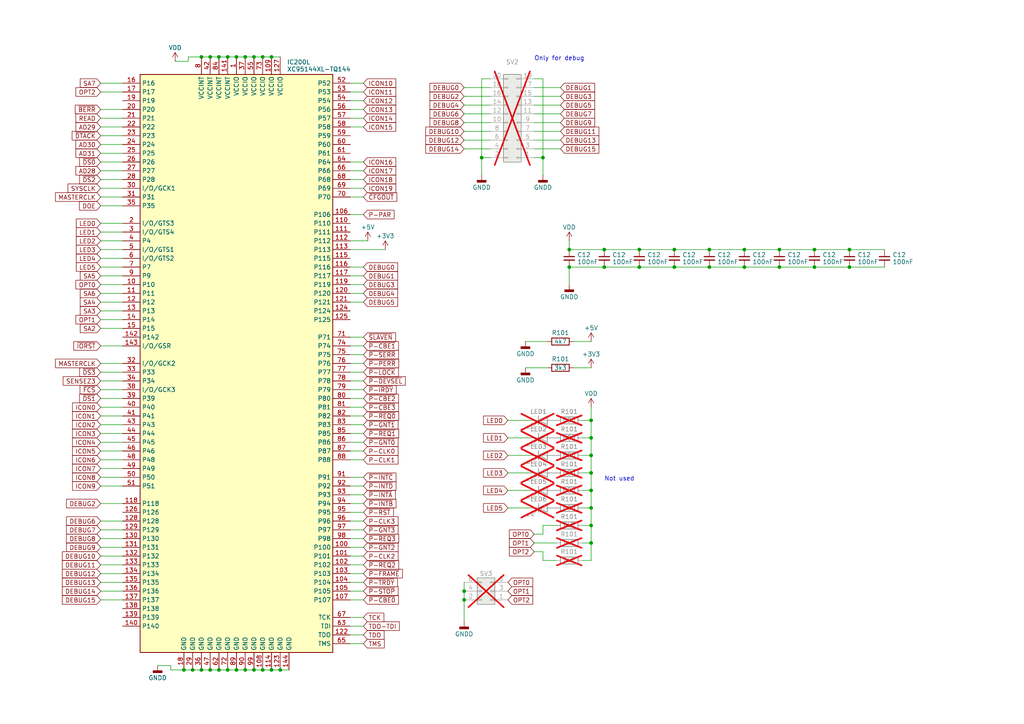
<source format=kicad_sch>
(kicad_sch (version 20230121) (generator eeschema)
  (paper "A4")
  (junction (at 157.48 45.72))
  (junction (at 226.06 72.39))
  (junction (at 53.34 194.31))
  (junction (at 185.42 72.39))
  (junction (at 58.42 194.31))
  (junction (at 236.22 77.47))
  (junction (at 215.9 77.47))
  (junction (at 76.2 194.31))
  (junction (at 78.74 16.51))
  (junction (at 175.26 77.47))
  (junction (at 66.04 194.31))
  (junction (at 175.26 72.39))
  (junction (at 171.45 137.16))
  (junction (at 63.5 194.31))
  (junction (at 246.38 77.47))
  (junction (at 73.66 16.51))
  (junction (at 185.42 77.47))
  (junction (at 171.45 121.92))
  (junction (at 78.74 194.31))
  (junction (at 205.74 77.47))
  (junction (at 171.45 157.48))
  (junction (at 55.88 194.31))
  (junction (at 81.28 194.31))
  (junction (at 226.06 77.47))
  (junction (at 71.12 16.51))
  (junction (at 63.5 16.51))
  (junction (at 68.58 194.31))
  (junction (at 60.96 194.31))
  (junction (at 165.1 72.39))
  (junction (at 134.62 173.99))
  (junction (at 171.45 132.08))
  (junction (at 171.45 147.32))
  (junction (at 205.74 72.39))
  (junction (at 171.45 142.24))
  (junction (at 195.58 72.39))
  (junction (at 68.58 16.51))
  (junction (at 246.38 72.39))
  (junction (at 73.66 194.31))
  (junction (at 171.45 152.4))
  (junction (at 60.96 16.51))
  (junction (at 58.42 16.51))
  (junction (at 66.04 16.51))
  (junction (at 165.1 77.47))
  (junction (at 139.7 45.72))
  (junction (at 236.22 72.39))
  (junction (at 71.12 194.31))
  (junction (at 215.9 72.39))
  (junction (at 171.45 127))
  (junction (at 76.2 16.51))
  (junction (at 195.58 77.47))
  (junction (at 134.62 171.45))
  (wire (pts (xy 105.41 46.99) (xy 101.6 46.99)))
  (wire (pts (xy 73.66 16.51) (xy 76.2 16.51)))
  (wire (pts (xy 105.41 102.87) (xy 101.6 102.87)))
  (wire (pts (xy 105.41 52.07) (xy 101.6 52.07)))
  (wire (pts (xy 157.48 154.94) (xy 157.48 152.4)))
  (wire (pts (xy 71.12 16.51) (xy 73.66 16.51)))
  (wire (pts (xy 171.45 121.92) (xy 171.45 127)))
  (wire (pts (xy 29.21 173.99) (xy 35.56 173.99)))
  (wire (pts (xy 29.21 87.63) (xy 35.56 87.63)))
  (wire (pts (xy 165.1 82.55) (xy 165.1 77.47)))
  (wire (pts (xy 165.1 77.47) (xy 175.26 77.47)))
  (wire (pts (xy 29.21 168.91) (xy 35.56 168.91)))
  (wire (pts (xy 105.41 107.95) (xy 101.6 107.95)))
  (wire (pts (xy 134.62 30.48) (xy 142.24 30.48)))
  (wire (pts (xy 29.21 52.07) (xy 35.56 52.07)))
  (wire (pts (xy 29.21 166.37) (xy 35.56 166.37)))
  (wire (pts (xy 29.21 31.75) (xy 35.56 31.75)))
  (wire (pts (xy 29.21 107.95) (xy 35.56 107.95)))
  (wire (pts (xy 185.42 72.39) (xy 175.26 72.39)))
  (wire (pts (xy 63.5 194.31) (xy 66.04 194.31)))
  (wire (pts (xy 29.21 24.13) (xy 35.56 24.13)))
  (wire (pts (xy 76.2 16.51) (xy 78.74 16.51)))
  (wire (pts (xy 236.22 72.39) (xy 226.06 72.39)))
  (wire (pts (xy 139.7 45.72) (xy 139.7 50.8)))
  (wire (pts (xy 105.41 31.75) (xy 101.6 31.75)))
  (wire (pts (xy 162.56 33.02) (xy 154.94 33.02)))
  (wire (pts (xy 29.21 57.15) (xy 35.56 57.15)))
  (wire (pts (xy 29.21 69.85) (xy 35.56 69.85)))
  (wire (pts (xy 168.91 147.32) (xy 171.45 147.32)))
  (wire (pts (xy 29.21 105.41) (xy 35.56 105.41)))
  (wire (pts (xy 78.74 194.31) (xy 81.28 194.31)))
  (wire (pts (xy 162.56 27.94) (xy 154.94 27.94)))
  (wire (pts (xy 68.58 194.31) (xy 71.12 194.31)))
  (wire (pts (xy 29.21 125.73) (xy 35.56 125.73)))
  (wire (pts (xy 105.41 148.59) (xy 101.6 148.59)))
  (wire (pts (xy 105.41 80.01) (xy 101.6 80.01)))
  (wire (pts (xy 134.62 35.56) (xy 142.24 35.56)))
  (wire (pts (xy 49.53 194.31) (xy 53.34 194.31)))
  (wire (pts (xy 29.21 77.47) (xy 35.56 77.47)))
  (wire (pts (xy 105.41 173.99) (xy 101.6 173.99)))
  (wire (pts (xy 147.32 127) (xy 153.67 127)))
  (wire (pts (xy 29.21 113.03) (xy 35.56 113.03)))
  (wire (pts (xy 101.6 69.85) (xy 106.68 69.85)))
  (wire (pts (xy 246.38 77.47) (xy 256.54 77.47)))
  (wire (pts (xy 142.24 22.86) (xy 139.7 22.86)))
  (wire (pts (xy 29.21 82.55) (xy 35.56 82.55)))
  (wire (pts (xy 147.32 137.16) (xy 153.67 137.16)))
  (wire (pts (xy 175.26 77.47) (xy 185.42 77.47)))
  (wire (pts (xy 105.41 133.35) (xy 101.6 133.35)))
  (wire (pts (xy 29.21 39.37) (xy 35.56 39.37)))
  (wire (pts (xy 29.21 36.83) (xy 35.56 36.83)))
  (wire (pts (xy 29.21 120.65) (xy 35.56 120.65)))
  (wire (pts (xy 105.41 105.41) (xy 101.6 105.41)))
  (wire (pts (xy 54.61 17.78) (xy 54.61 16.51)))
  (wire (pts (xy 105.41 140.97) (xy 101.6 140.97)))
  (wire (pts (xy 105.41 87.63) (xy 101.6 87.63)))
  (wire (pts (xy 105.41 143.51) (xy 101.6 143.51)))
  (wire (pts (xy 105.41 161.29) (xy 101.6 161.29)))
  (wire (pts (xy 162.56 43.18) (xy 154.94 43.18)))
  (wire (pts (xy 101.6 186.69) (xy 105.41 186.69)))
  (wire (pts (xy 171.45 132.08) (xy 171.45 137.16)))
  (wire (pts (xy 105.41 128.27) (xy 101.6 128.27)))
  (wire (pts (xy 246.38 72.39) (xy 236.22 72.39)))
  (wire (pts (xy 147.32 147.32) (xy 153.67 147.32)))
  (wire (pts (xy 185.42 77.47) (xy 195.58 77.47)))
  (wire (pts (xy 29.21 44.45) (xy 35.56 44.45)))
  (wire (pts (xy 29.21 153.67) (xy 35.56 153.67)))
  (wire (pts (xy 29.21 100.33) (xy 35.56 100.33)))
  (wire (pts (xy 236.22 77.47) (xy 246.38 77.47)))
  (wire (pts (xy 29.21 156.21) (xy 35.56 156.21)))
  (wire (pts (xy 105.41 123.19) (xy 101.6 123.19)))
  (wire (pts (xy 29.21 49.53) (xy 35.56 49.53)))
  (wire (pts (xy 152.4 99.06) (xy 158.75 99.06)))
  (wire (pts (xy 168.91 132.08) (xy 171.45 132.08)))
  (wire (pts (xy 101.6 72.39) (xy 111.76 72.39)))
  (wire (pts (xy 29.21 67.31) (xy 35.56 67.31)))
  (wire (pts (xy 105.41 57.15) (xy 101.6 57.15)))
  (wire (pts (xy 165.1 72.39) (xy 165.1 69.85)))
  (wire (pts (xy 171.45 121.92) (xy 171.45 118.11)))
  (wire (pts (xy 105.41 125.73) (xy 101.6 125.73)))
  (wire (pts (xy 58.42 16.51) (xy 60.96 16.51)))
  (wire (pts (xy 195.58 72.39) (xy 185.42 72.39)))
  (wire (pts (xy 105.41 77.47) (xy 101.6 77.47)))
  (wire (pts (xy 29.21 110.49) (xy 35.56 110.49)))
  (wire (pts (xy 147.32 121.92) (xy 153.67 121.92)))
  (wire (pts (xy 45.72 193.04) (xy 49.53 193.04)))
  (wire (pts (xy 29.21 161.29) (xy 35.56 161.29)))
  (wire (pts (xy 68.58 16.51) (xy 71.12 16.51)))
  (wire (pts (xy 134.62 33.02) (xy 142.24 33.02)))
  (wire (pts (xy 168.91 157.48) (xy 171.45 157.48)))
  (wire (pts (xy 168.91 162.56) (xy 171.45 162.56)))
  (wire (pts (xy 162.56 40.64) (xy 154.94 40.64)))
  (wire (pts (xy 226.06 72.39) (xy 215.9 72.39)))
  (wire (pts (xy 205.74 77.47) (xy 215.9 77.47)))
  (wire (pts (xy 166.37 106.68) (xy 171.45 106.68)))
  (wire (pts (xy 71.12 194.31) (xy 73.66 194.31)))
  (wire (pts (xy 152.4 106.68) (xy 158.75 106.68)))
  (wire (pts (xy 78.74 16.51) (xy 81.28 16.51)))
  (wire (pts (xy 105.41 49.53) (xy 101.6 49.53)))
  (wire (pts (xy 105.41 113.03) (xy 101.6 113.03)))
  (wire (pts (xy 256.54 72.39) (xy 246.38 72.39)))
  (wire (pts (xy 60.96 16.51) (xy 63.5 16.51)))
  (wire (pts (xy 157.48 152.4) (xy 161.29 152.4)))
  (wire (pts (xy 105.41 120.65) (xy 101.6 120.65)))
  (wire (pts (xy 29.21 115.57) (xy 35.56 115.57)))
  (wire (pts (xy 101.6 184.15) (xy 105.41 184.15)))
  (wire (pts (xy 105.41 168.91) (xy 101.6 168.91)))
  (wire (pts (xy 157.48 160.02) (xy 157.48 162.56)))
  (wire (pts (xy 105.41 115.57) (xy 101.6 115.57)))
  (wire (pts (xy 55.88 194.31) (xy 58.42 194.31)))
  (wire (pts (xy 29.21 138.43) (xy 35.56 138.43)))
  (wire (pts (xy 50.8 17.78) (xy 54.61 17.78)))
  (wire (pts (xy 105.41 97.79) (xy 101.6 97.79)))
  (wire (pts (xy 29.21 95.25) (xy 35.56 95.25)))
  (wire (pts (xy 29.21 85.09) (xy 35.56 85.09)))
  (wire (pts (xy 73.66 194.31) (xy 76.2 194.31)))
  (wire (pts (xy 54.61 16.51) (xy 58.42 16.51)))
  (wire (pts (xy 171.45 137.16) (xy 171.45 142.24)))
  (wire (pts (xy 105.41 151.13) (xy 101.6 151.13)))
  (wire (pts (xy 63.5 16.51) (xy 66.04 16.51)))
  (wire (pts (xy 215.9 77.47) (xy 226.06 77.47)))
  (wire (pts (xy 49.53 193.04) (xy 49.53 194.31)))
  (wire (pts (xy 168.91 121.92) (xy 171.45 121.92)))
  (wire (pts (xy 134.62 40.64) (xy 142.24 40.64)))
  (wire (pts (xy 66.04 194.31) (xy 68.58 194.31)))
  (wire (pts (xy 29.21 59.69) (xy 35.56 59.69)))
  (wire (pts (xy 105.41 34.29) (xy 101.6 34.29)))
  (wire (pts (xy 134.62 168.91) (xy 134.62 171.45)))
  (wire (pts (xy 105.41 36.83) (xy 101.6 36.83)))
  (wire (pts (xy 105.41 146.05) (xy 101.6 146.05)))
  (wire (pts (xy 29.21 74.93) (xy 35.56 74.93)))
  (wire (pts (xy 29.21 151.13) (xy 35.56 151.13)))
  (wire (pts (xy 171.45 152.4) (xy 171.45 157.48)))
  (wire (pts (xy 205.74 72.39) (xy 195.58 72.39)))
  (wire (pts (xy 134.62 43.18) (xy 142.24 43.18)))
  (wire (pts (xy 29.21 80.01) (xy 35.56 80.01)))
  (wire (pts (xy 29.21 133.35) (xy 35.56 133.35)))
  (wire (pts (xy 147.32 132.08) (xy 153.67 132.08)))
  (wire (pts (xy 29.21 128.27) (xy 35.56 128.27)))
  (wire (pts (xy 226.06 77.47) (xy 236.22 77.47)))
  (wire (pts (xy 105.41 166.37) (xy 101.6 166.37)))
  (wire (pts (xy 157.48 22.86) (xy 154.94 22.86)))
  (wire (pts (xy 76.2 194.31) (xy 78.74 194.31)))
  (wire (pts (xy 29.21 54.61) (xy 35.56 54.61)))
  (wire (pts (xy 105.41 54.61) (xy 101.6 54.61)))
  (wire (pts (xy 29.21 171.45) (xy 35.56 171.45)))
  (wire (pts (xy 147.32 142.24) (xy 153.67 142.24)))
  (wire (pts (xy 66.04 16.51) (xy 68.58 16.51)))
  (wire (pts (xy 162.56 38.1) (xy 154.94 38.1)))
  (wire (pts (xy 60.96 194.31) (xy 63.5 194.31)))
  (wire (pts (xy 105.41 26.67) (xy 101.6 26.67)))
  (wire (pts (xy 29.21 140.97) (xy 35.56 140.97)))
  (wire (pts (xy 195.58 77.47) (xy 205.74 77.47)))
  (wire (pts (xy 139.7 22.86) (xy 139.7 45.72)))
  (wire (pts (xy 105.41 24.13) (xy 101.6 24.13)))
  (wire (pts (xy 105.41 181.61) (xy 101.6 181.61)))
  (wire (pts (xy 168.91 127) (xy 171.45 127)))
  (wire (pts (xy 29.21 34.29) (xy 35.56 34.29)))
  (wire (pts (xy 105.41 179.07) (xy 101.6 179.07)))
  (wire (pts (xy 168.91 142.24) (xy 171.45 142.24)))
  (wire (pts (xy 105.41 158.75) (xy 101.6 158.75)))
  (wire (pts (xy 105.41 82.55) (xy 101.6 82.55)))
  (wire (pts (xy 29.21 64.77) (xy 35.56 64.77)))
  (wire (pts (xy 105.41 85.09) (xy 101.6 85.09)))
  (wire (pts (xy 154.94 45.72) (xy 157.48 45.72)))
  (wire (pts (xy 168.91 137.16) (xy 171.45 137.16)))
  (wire (pts (xy 105.41 62.23) (xy 101.6 62.23)))
  (wire (pts (xy 29.21 41.91) (xy 35.56 41.91)))
  (wire (pts (xy 29.21 90.17) (xy 35.56 90.17)))
  (wire (pts (xy 105.41 138.43) (xy 101.6 138.43)))
  (wire (pts (xy 105.41 100.33) (xy 101.6 100.33)))
  (wire (pts (xy 171.45 147.32) (xy 171.45 152.4)))
  (wire (pts (xy 29.21 46.99) (xy 35.56 46.99)))
  (wire (pts (xy 105.41 118.11) (xy 101.6 118.11)))
  (wire (pts (xy 29.21 26.67) (xy 35.56 26.67)))
  (wire (pts (xy 134.62 171.45) (xy 134.62 173.99)))
  (wire (pts (xy 29.21 146.05) (xy 35.56 146.05)))
  (wire (pts (xy 154.94 157.48) (xy 161.29 157.48)))
  (wire (pts (xy 171.45 157.48) (xy 171.45 162.56)))
  (wire (pts (xy 105.41 156.21) (xy 101.6 156.21)))
  (wire (pts (xy 171.45 127) (xy 171.45 132.08)))
  (wire (pts (xy 29.21 118.11) (xy 35.56 118.11)))
  (wire (pts (xy 134.62 173.99) (xy 134.62 180.34)))
  (wire (pts (xy 81.28 194.31) (xy 83.82 194.31)))
  (wire (pts (xy 154.94 160.02) (xy 157.48 160.02)))
  (wire (pts (xy 134.62 25.4) (xy 142.24 25.4)))
  (wire (pts (xy 162.56 30.48) (xy 154.94 30.48)))
  (wire (pts (xy 134.62 27.94) (xy 142.24 27.94)))
  (wire (pts (xy 175.26 72.39) (xy 165.1 72.39)))
  (wire (pts (xy 29.21 130.81) (xy 35.56 130.81)))
  (wire (pts (xy 105.41 171.45) (xy 101.6 171.45)))
  (wire (pts (xy 105.41 29.21) (xy 101.6 29.21)))
  (wire (pts (xy 29.21 92.71) (xy 35.56 92.71)))
  (wire (pts (xy 29.21 158.75) (xy 35.56 158.75)))
  (wire (pts (xy 157.48 45.72) (xy 157.48 22.86)))
  (wire (pts (xy 105.41 110.49) (xy 101.6 110.49)))
  (wire (pts (xy 105.41 153.67) (xy 101.6 153.67)))
  (wire (pts (xy 168.91 152.4) (xy 171.45 152.4)))
  (wire (pts (xy 58.42 194.31) (xy 60.96 194.31)))
  (wire (pts (xy 29.21 163.83) (xy 35.56 163.83)))
  (wire (pts (xy 215.9 72.39) (xy 205.74 72.39)))
  (wire (pts (xy 134.62 38.1) (xy 142.24 38.1)))
  (wire (pts (xy 29.21 72.39) (xy 35.56 72.39)))
  (wire (pts (xy 53.34 194.31) (xy 55.88 194.31)))
  (wire (pts (xy 29.21 135.89) (xy 35.56 135.89)))
  (wire (pts (xy 166.37 99.06) (xy 171.45 99.06)))
  (wire (pts (xy 139.7 45.72) (xy 142.24 45.72)))
  (wire (pts (xy 171.45 142.24) (xy 171.45 147.32)))
  (wire (pts (xy 162.56 35.56) (xy 154.94 35.56)))
  (wire (pts (xy 162.56 25.4) (xy 154.94 25.4)))
  (wire (pts (xy 29.21 123.19) (xy 35.56 123.19)))
  (wire (pts (xy 105.41 130.81) (xy 101.6 130.81)))
  (wire (pts (xy 105.41 163.83) (xy 101.6 163.83)))
  (wire (pts (xy 154.94 154.94) (xy 157.48 154.94)))
  (wire (pts (xy 157.48 50.8) (xy 157.48 45.72)))
  (wire (pts (xy 157.48 162.56) (xy 161.29 162.56)))
  (text "Not used" (at 175.26 139.7 0) (effects (font (size 1.27 1.27)) (justify left bottom)))
  (text "Only for debug" (at 154.94 17.78 0) (effects (font (size 1.27 1.27)) (justify left bottom)))
  (global_label "~{P-CBE3}" (shape input) (at 105.41 118.11 0) (property "Intersheetrefs" "${INTERSHEET_REFS}" (effects hide)))
  (global_label "OPT1" (shape input) (at 29.21 92.71 180) (property "Intersheetrefs" "${INTERSHEET_REFS}" (effects hide)))
  (global_label "DEBUG15" (shape input) (at 162.56 43.18 0) (property "Intersheetrefs" "${INTERSHEET_REFS}" (effects hide)))
  (global_label "~{P-CBE0}" (shape input) (at 105.41 173.99 0) (property "Intersheetrefs" "${INTERSHEET_REFS}" (effects hide)))
  (global_label "LED3" (shape input) (at 147.32 137.16 180) (property "Intersheetrefs" "${INTERSHEET_REFS}" (effects hide)))
  (global_label "DEBUG2" (shape input) (at 29.21 146.05 180) (property "Intersheetrefs" "${INTERSHEET_REFS}" (effects hide)))
  (global_label "DEBUG1" (shape input) (at 162.56 25.4 0) (property "Intersheetrefs" "${INTERSHEET_REFS}" (effects hide)))
  (global_label "~{P-PERR}" (shape input) (at 105.41 105.41 0) (property "Intersheetrefs" "${INTERSHEET_REFS}" (effects hide)))
  (global_label "SA7" (shape input) (at 29.21 24.13 180) (property "Intersheetrefs" "${INTERSHEET_REFS}" (effects hide)))
  (global_label "ICON19" (shape input) (at 105.41 54.61 0) (property "Intersheetrefs" "${INTERSHEET_REFS}" (effects hide)))
  (global_label "~{FCS}" (shape input) (at 29.21 113.03 180) (property "Intersheetrefs" "${INTERSHEET_REFS}" (effects hide)))
  (global_label "READ" (shape input) (at 29.21 34.29 180) (property "Intersheetrefs" "${INTERSHEET_REFS}" (effects hide)))
  (global_label "LED2" (shape input) (at 147.32 132.08 180) (property "Intersheetrefs" "${INTERSHEET_REFS}" (effects hide)))
  (global_label "ICON9" (shape input) (at 29.21 140.97 180) (property "Intersheetrefs" "${INTERSHEET_REFS}" (effects hide)))
  (global_label "DEBUG0" (shape input) (at 105.41 77.47 0) (property "Intersheetrefs" "${INTERSHEET_REFS}" (effects hide)))
  (global_label "~{P-GNT3}" (shape input) (at 105.41 153.67 0) (property "Intersheetrefs" "${INTERSHEET_REFS}" (effects hide)))
  (global_label "DEBUG7" (shape input) (at 162.56 33.02 0) (property "Intersheetrefs" "${INTERSHEET_REFS}" (effects hide)))
  (global_label "TCK" (shape input) (at 105.41 179.07 0) (property "Intersheetrefs" "${INTERSHEET_REFS}" (effects hide)))
  (global_label "DEBUG9" (shape input) (at 29.21 158.75 180) (property "Intersheetrefs" "${INTERSHEET_REFS}" (effects hide)))
  (global_label "SA3" (shape input) (at 29.21 90.17 180) (property "Intersheetrefs" "${INTERSHEET_REFS}" (effects hide)))
  (global_label "DEBUG6" (shape input) (at 134.62 33.02 180) (property "Intersheetrefs" "${INTERSHEET_REFS}" (effects hide)))
  (global_label "DEBUG4" (shape input) (at 105.41 85.09 0) (property "Intersheetrefs" "${INTERSHEET_REFS}" (effects hide)))
  (global_label "~{P-INTA}" (shape input) (at 105.41 143.51 0) (property "Intersheetrefs" "${INTERSHEET_REFS}" (effects hide)))
  (global_label "ICON2" (shape input) (at 29.21 123.19 180) (property "Intersheetrefs" "${INTERSHEET_REFS}" (effects hide)))
  (global_label "SA4" (shape input) (at 29.21 87.63 180) (property "Intersheetrefs" "${INTERSHEET_REFS}" (effects hide)))
  (global_label "~{P-REQ2}" (shape input) (at 105.41 163.83 0) (property "Intersheetrefs" "${INTERSHEET_REFS}" (effects hide)))
  (global_label "P-CLK0" (shape input) (at 105.41 130.81 0) (property "Intersheetrefs" "${INTERSHEET_REFS}" (effects hide)))
  (global_label "DEBUG11" (shape input) (at 162.56 38.1 0) (property "Intersheetrefs" "${INTERSHEET_REFS}" (effects hide)))
  (global_label "AD31" (shape input) (at 29.21 44.45 180) (property "Intersheetrefs" "${INTERSHEET_REFS}" (effects hide)))
  (global_label "OPT0" (shape input) (at 154.94 154.94 180) (property "Intersheetrefs" "${INTERSHEET_REFS}" (effects hide)))
  (global_label "SA2" (shape input) (at 29.21 95.25 180) (property "Intersheetrefs" "${INTERSHEET_REFS}" (effects hide)))
  (global_label "ICON7" (shape input) (at 29.21 135.89 180) (property "Intersheetrefs" "${INTERSHEET_REFS}" (effects hide)))
  (global_label "~{P-GNT1}" (shape input) (at 105.41 123.19 0) (property "Intersheetrefs" "${INTERSHEET_REFS}" (effects hide)))
  (global_label "OPT0" (shape input) (at 147.32 168.91 0) (property "Intersheetrefs" "${INTERSHEET_REFS}" (effects hide)))
  (global_label "OPT0" (shape input) (at 29.21 82.55 180) (property "Intersheetrefs" "${INTERSHEET_REFS}" (effects hide)))
  (global_label "ICON4" (shape input) (at 29.21 128.27 180) (property "Intersheetrefs" "${INTERSHEET_REFS}" (effects hide)))
  (global_label "ICON1" (shape input) (at 29.21 120.65 180) (property "Intersheetrefs" "${INTERSHEET_REFS}" (effects hide)))
  (global_label "~{DS3}" (shape input) (at 29.21 107.95 180) (property "Intersheetrefs" "${INTERSHEET_REFS}" (effects hide)))
  (global_label "DEBUG10" (shape input) (at 29.21 161.29 180) (property "Intersheetrefs" "${INTERSHEET_REFS}" (effects hide)))
  (global_label "DEBUG3" (shape input) (at 162.56 27.94 0) (property "Intersheetrefs" "${INTERSHEET_REFS}" (effects hide)))
  (global_label "~{P-DEVSEL}" (shape input) (at 105.41 110.49 0) (property "Intersheetrefs" "${INTERSHEET_REFS}" (effects hide)))
  (global_label "ICON3" (shape input) (at 29.21 125.73 180) (property "Intersheetrefs" "${INTERSHEET_REFS}" (effects hide)))
  (global_label "DEBUG10" (shape input) (at 134.62 38.1 180) (property "Intersheetrefs" "${INTERSHEET_REFS}" (effects hide)))
  (global_label "LED1" (shape input) (at 29.21 67.31 180) (property "Intersheetrefs" "${INTERSHEET_REFS}" (effects hide)))
  (global_label "LED4" (shape input) (at 29.21 74.93 180) (property "Intersheetrefs" "${INTERSHEET_REFS}" (effects hide)))
  (global_label "LED0" (shape input) (at 29.21 64.77 180) (property "Intersheetrefs" "${INTERSHEET_REFS}" (effects hide)))
  (global_label "ICON11" (shape input) (at 105.41 26.67 0) (property "Intersheetrefs" "${INTERSHEET_REFS}" (effects hide)))
  (global_label "P-PAR" (shape input) (at 105.41 62.23 0) (property "Intersheetrefs" "${INTERSHEET_REFS}" (effects hide)))
  (global_label "~{DS0}" (shape input) (at 29.21 46.99 180) (property "Intersheetrefs" "${INTERSHEET_REFS}" (effects hide)))
  (global_label "SYSCLK" (shape input) (at 29.21 54.61 180) (property "Intersheetrefs" "${INTERSHEET_REFS}" (effects hide)))
  (global_label "MASTERCLK" (shape input) (at 29.21 105.41 180) (property "Intersheetrefs" "${INTERSHEET_REFS}" (effects hide)))
  (global_label "DEBUG8" (shape input) (at 29.21 156.21 180) (property "Intersheetrefs" "${INTERSHEET_REFS}" (effects hide)))
  (global_label "OPT2" (shape input) (at 29.21 26.67 180) (property "Intersheetrefs" "${INTERSHEET_REFS}" (effects hide)))
  (global_label "~{P-SERR}" (shape input) (at 105.41 102.87 0) (property "Intersheetrefs" "${INTERSHEET_REFS}" (effects hide)))
  (global_label "~{P-CBE2}" (shape input) (at 105.41 115.57 0) (property "Intersheetrefs" "${INTERSHEET_REFS}" (effects hide)))
  (global_label "DEBUG5" (shape input) (at 105.41 87.63 0) (property "Intersheetrefs" "${INTERSHEET_REFS}" (effects hide)))
  (global_label "ICON12" (shape input) (at 105.41 29.21 0) (property "Intersheetrefs" "${INTERSHEET_REFS}" (effects hide)))
  (global_label "OPT2" (shape input) (at 147.32 173.99 0) (property "Intersheetrefs" "${INTERSHEET_REFS}" (effects hide)))
  (global_label "~{P-CBE1}" (shape input) (at 105.41 100.33 0) (property "Intersheetrefs" "${INTERSHEET_REFS}" (effects hide)))
  (global_label "LED3" (shape input) (at 29.21 72.39 180) (property "Intersheetrefs" "${INTERSHEET_REFS}" (effects hide)))
  (global_label "SA5" (shape input) (at 29.21 80.01 180) (property "Intersheetrefs" "${INTERSHEET_REFS}" (effects hide)))
  (global_label "OPT2" (shape input) (at 154.94 160.02 180) (property "Intersheetrefs" "${INTERSHEET_REFS}" (effects hide)))
  (global_label "DEBUG13" (shape input) (at 29.21 168.91 180) (property "Intersheetrefs" "${INTERSHEET_REFS}" (effects hide)))
  (global_label "ICON5" (shape input) (at 29.21 130.81 180) (property "Intersheetrefs" "${INTERSHEET_REFS}" (effects hide)))
  (global_label "DEBUG1" (shape input) (at 105.41 80.01 0) (property "Intersheetrefs" "${INTERSHEET_REFS}" (effects hide)))
  (global_label "~{P-STOP}" (shape input) (at 105.41 171.45 0) (property "Intersheetrefs" "${INTERSHEET_REFS}" (effects hide)))
  (global_label "~{DS1}" (shape input) (at 29.21 115.57 180) (property "Intersheetrefs" "${INTERSHEET_REFS}" (effects hide)))
  (global_label "ICON16" (shape input) (at 105.41 46.99 0) (property "Intersheetrefs" "${INTERSHEET_REFS}" (effects hide)))
  (global_label "DEBUG5" (shape input) (at 162.56 30.48 0) (property "Intersheetrefs" "${INTERSHEET_REFS}" (effects hide)))
  (global_label "LED5" (shape input) (at 147.32 147.32 180) (property "Intersheetrefs" "${INTERSHEET_REFS}" (effects hide)))
  (global_label "DEBUG11" (shape input) (at 29.21 163.83 180) (property "Intersheetrefs" "${INTERSHEET_REFS}" (effects hide)))
  (global_label "SA6" (shape input) (at 29.21 85.09 180) (property "Intersheetrefs" "${INTERSHEET_REFS}" (effects hide)))
  (global_label "ICON15" (shape input) (at 105.41 36.83 0) (property "Intersheetrefs" "${INTERSHEET_REFS}" (effects hide)))
  (global_label "~{P-FRAME}" (shape input) (at 105.41 166.37 0) (property "Intersheetrefs" "${INTERSHEET_REFS}" (effects hide)))
  (global_label "~{BERR}" (shape input) (at 29.21 31.75 180) (property "Intersheetrefs" "${INTERSHEET_REFS}" (effects hide)))
  (global_label "ICON18" (shape input) (at 105.41 52.07 0) (property "Intersheetrefs" "${INTERSHEET_REFS}" (effects hide)))
  (global_label "~{P-REQ0}" (shape input) (at 105.41 120.65 0) (property "Intersheetrefs" "${INTERSHEET_REFS}" (effects hide)))
  (global_label "ICON0" (shape input) (at 29.21 118.11 180) (property "Intersheetrefs" "${INTERSHEET_REFS}" (effects hide)))
  (global_label "DEBUG7" (shape input) (at 29.21 153.67 180) (property "Intersheetrefs" "${INTERSHEET_REFS}" (effects hide)))
  (global_label "DEBUG12" (shape input) (at 134.62 40.64 180) (property "Intersheetrefs" "${INTERSHEET_REFS}" (effects hide)))
  (global_label "LED1" (shape input) (at 147.32 127 180) (property "Intersheetrefs" "${INTERSHEET_REFS}" (effects hide)))
  (global_label "~{SLAVEN}" (shape input) (at 105.41 97.79 0) (property "Intersheetrefs" "${INTERSHEET_REFS}" (effects hide)))
  (global_label "ICON17" (shape input) (at 105.41 49.53 0) (property "Intersheetrefs" "${INTERSHEET_REFS}" (effects hide)))
  (global_label "~{DTACK}" (shape input) (at 29.21 39.37 180) (property "Intersheetrefs" "${INTERSHEET_REFS}" (effects hide)))
  (global_label "~{P-TRDY}" (shape input) (at 105.41 168.91 0) (property "Intersheetrefs" "${INTERSHEET_REFS}" (effects hide)))
  (global_label "ICON14" (shape input) (at 105.41 34.29 0) (property "Intersheetrefs" "${INTERSHEET_REFS}" (effects hide)))
  (global_label "P-CLK2" (shape input) (at 105.41 161.29 0) (property "Intersheetrefs" "${INTERSHEET_REFS}" (effects hide)))
  (global_label "P-CLK3" (shape input) (at 105.41 151.13 0) (property "Intersheetrefs" "${INTERSHEET_REFS}" (effects hide)))
  (global_label "LED4" (shape input) (at 147.32 142.24 180) (property "Intersheetrefs" "${INTERSHEET_REFS}" (effects hide)))
  (global_label "OPT1" (shape input) (at 154.94 157.48 180) (property "Intersheetrefs" "${INTERSHEET_REFS}" (effects hide)))
  (global_label "DEBUG2" (shape input) (at 134.62 27.94 180) (property "Intersheetrefs" "${INTERSHEET_REFS}" (effects hide)))
  (global_label "P-CLK1" (shape input) (at 105.41 133.35 0) (property "Intersheetrefs" "${INTERSHEET_REFS}" (effects hide)))
  (global_label "ICON6" (shape input) (at 29.21 133.35 180) (property "Intersheetrefs" "${INTERSHEET_REFS}" (effects hide)))
  (global_label "DEBUG14" (shape input) (at 134.62 43.18 180) (property "Intersheetrefs" "${INTERSHEET_REFS}" (effects hide)))
  (global_label "LED2" (shape input) (at 29.21 69.85 180) (property "Intersheetrefs" "${INTERSHEET_REFS}" (effects hide)))
  (global_label "MASTERCLK" (shape input) (at 29.21 57.15 180) (property "Intersheetrefs" "${INTERSHEET_REFS}" (effects hide)))
  (global_label "ICON8" (shape input) (at 29.21 138.43 180) (property "Intersheetrefs" "${INTERSHEET_REFS}" (effects hide)))
  (global_label "LED5" (shape input) (at 29.21 77.47 180) (property "Intersheetrefs" "${INTERSHEET_REFS}" (effects hide)))
  (global_label "DEBUG15" (shape input) (at 29.21 173.99 180) (property "Intersheetrefs" "${INTERSHEET_REFS}" (effects hide)))
  (global_label "DEBUG4" (shape input) (at 134.62 30.48 180) (property "Intersheetrefs" "${INTERSHEET_REFS}" (effects hide)))
  (global_label "~{P-INTD}" (shape input) (at 105.41 140.97 0) (property "Intersheetrefs" "${INTERSHEET_REFS}" (effects hide)))
  (global_label "DEBUG3" (shape input) (at 105.41 82.55 0) (property "Intersheetrefs" "${INTERSHEET_REFS}" (effects hide)))
  (global_label "OPT1" (shape input) (at 147.32 171.45 0) (property "Intersheetrefs" "${INTERSHEET_REFS}" (effects hide)))
  (global_label "DEBUG6" (shape input) (at 29.21 151.13 180) (property "Intersheetrefs" "${INTERSHEET_REFS}" (effects hide)))
  (global_label "~{P-INTC}" (shape input) (at 105.41 138.43 0) (property "Intersheetrefs" "${INTERSHEET_REFS}" (effects hide)))
  (global_label "AD30" (shape input) (at 29.21 41.91 180) (property "Intersheetrefs" "${INTERSHEET_REFS}" (effects hide)))
  (global_label "TDO" (shape input) (at 105.41 184.15 0) (property "Intersheetrefs" "${INTERSHEET_REFS}" (effects hide)))
  (global_label "DEBUG9" (shape input) (at 162.56 35.56 0) (property "Intersheetrefs" "${INTERSHEET_REFS}" (effects hide)))
  (global_label "TMS" (shape input) (at 105.41 186.69 0) (property "Intersheetrefs" "${INTERSHEET_REFS}" (effects hide)))
  (global_label "LED0" (shape input) (at 147.32 121.92 180) (property "Intersheetrefs" "${INTERSHEET_REFS}" (effects hide)))
  (global_label "~{P-GNT0}" (shape input) (at 105.41 128.27 0) (property "Intersheetrefs" "${INTERSHEET_REFS}" (effects hide)))
  (global_label "~{P-INTB}" (shape input) (at 105.41 146.05 0) (property "Intersheetrefs" "${INTERSHEET_REFS}" (effects hide)))
  (global_label "DEBUG8" (shape input) (at 134.62 35.56 180) (property "Intersheetrefs" "${INTERSHEET_REFS}" (effects hide)))
  (global_label "~{P-LOCK}" (shape input) (at 105.41 107.95 0) (property "Intersheetrefs" "${INTERSHEET_REFS}" (effects hide)))
  (global_label "AD29" (shape input) (at 29.21 36.83 180) (property "Intersheetrefs" "${INTERSHEET_REFS}" (effects hide)))
  (global_label "~{P-GNT2}" (shape input) (at 105.41 158.75 0) (property "Intersheetrefs" "${INTERSHEET_REFS}" (effects hide)))
  (global_label "ICON13" (shape input) (at 105.41 31.75 0) (property "Intersheetrefs" "${INTERSHEET_REFS}" (effects hide)))
  (global_label "~{P-REQ3}" (shape input) (at 105.41 156.21 0) (property "Intersheetrefs" "${INTERSHEET_REFS}" (effects hide)))
  (global_label "~{P-REQ1}" (shape input) (at 105.41 125.73 0) (property "Intersheetrefs" "${INTERSHEET_REFS}" (effects hide)))
  (global_label "TDO-TDI" (shape input) (at 105.41 181.61 0) (property "Intersheetrefs" "${INTERSHEET_REFS}" (effects hide)))
  (global_label "DEBUG12" (shape input) (at 29.21 166.37 180) (property "Intersheetrefs" "${INTERSHEET_REFS}" (effects hide)))
  (global_label "~{P-RST}" (shape input) (at 105.41 148.59 0) (property "Intersheetrefs" "${INTERSHEET_REFS}" (effects hide)))
  (global_label "ICON10" (shape input) (at 105.41 24.13 0) (property "Intersheetrefs" "${INTERSHEET_REFS}" (effects hide)))
  (global_label "~{CFGOUT}" (shape input) (at 105.41 57.15 0) (property "Intersheetrefs" "${INTERSHEET_REFS}" (effects hide)))
  (global_label "AD28" (shape input) (at 29.21 49.53 180) (property "Intersheetrefs" "${INTERSHEET_REFS}" (effects hide)))
  (global_label "DEBUG14" (shape input) (at 29.21 171.45 180) (property "Intersheetrefs" "${INTERSHEET_REFS}" (effects hide)))
  (global_label "~{DS2}" (shape input) (at 29.21 52.07 180) (property "Intersheetrefs" "${INTERSHEET_REFS}" (effects hide)))
  (global_label "SENSEZ3" (shape input) (at 29.21 110.49 180) (property "Intersheetrefs" "${INTERSHEET_REFS}" (effects hide)))
  (global_label "DEBUG13" (shape input) (at 162.56 40.64 0) (property "Intersheetrefs" "${INTERSHEET_REFS}" (effects hide)))
  (global_label "DOE" (shape input) (at 29.21 59.69 180) (property "Intersheetrefs" "${INTERSHEET_REFS}" (effects hide)))
  (global_label "DEBUG0" (shape input) (at 134.62 25.4 180) (property "Intersheetrefs" "${INTERSHEET_REFS}" (effects hide)))
  (global_label "~{P-IRDY}" (shape input) (at 105.41 113.03 0) (property "Intersheetrefs" "${INTERSHEET_REFS}" (effects hide)))
  (global_label "~{IORST}" (shape input) (at 29.21 100.33 180) (property "Intersheetrefs" "${INTERSHEET_REFS}" (effects hide)))
  (symbol (lib_id "New_Library:LED") (at 157.48 137.16 0) (unit 1) (in_bom no) (dnp yes)
    (property "Reference" "LED4" (at 156.21 134.62 0))
    (property "Value" "LED" (effects hide))
    (property "Footprint" "LED_SMD:LED_0603_1608Metric_Pad1.05x0.95mm_HandSolder" (effects hide))
  )
  (symbol (lib_id "New_Library:C_Small") (at 246.38 74.93 0) (unit 1)
    (property "Reference" "C12" (at 248.7041 73.9123 0) (effects (justify left)))
    (property "Value" "100nF" (at 248.7041 75.9603 0) (effects (justify left)))
    (property "Footprint" "Capacitor_SMD:C_0402_1005Metric_Pad0.74x0.62mm_HandSolder" (effects hide))
    (instances (project "Prometheus" (path "" (reference "C12") (unit 1)) (path "" (reference "C9") (unit 1))))
  )
  (symbol (lib_id "power:GNDD") (at 45.72 193.04 0) (unit 1)
    (property "Reference" "#PWR067" (effects hide))
    (property "Value" "GNDD" (at 45.72 196.604 0))
  )
  (symbol (lib_id "New_Library:C_Small") (at 256.54 74.93 0) (unit 1)
    (property "Reference" "C12" (at 258.8641 73.9123 0) (effects (justify left)))
    (property "Value" "100nF" (at 258.8641 75.9603 0) (effects (justify left)))
    (property "Footprint" "Capacitor_SMD:C_0402_1005Metric_Pad0.74x0.62mm_HandSolder" (effects hide))
    (instances (project "Prometheus" (path "" (reference "C12") (unit 1)) (path "" (reference "C10") (unit 1))))
  )
  (symbol (lib_id "New_Library:C_Small") (at 185.42 74.93 0) (unit 1)
    (property "Reference" "C12" (at 187.7441 73.9123 0) (effects (justify left)))
    (property "Value" "100nF" (at 187.7441 75.9603 0) (effects (justify left)))
    (property "Footprint" "Capacitor_SMD:C_0402_1005Metric_Pad0.74x0.62mm_HandSolder" (effects hide))
    (instances (project "Prometheus" (path "" (reference "C12") (unit 1)) (path "" (reference "C3") (unit 1))))
  )
  (symbol (lib_id "power:GNDD") (at 152.4 106.68 0) (unit 1)
    (property "Reference" "#PWR080" (effects hide))
    (property "Value" "GNDD" (at 152.4 110.244 0))
    (instances (project "Prometheus" (path "" (reference "#PWR080") (unit 1)) (path "" (reference "#PWR087") (unit 1))))
  )
  (symbol (lib_id "New_Library:LED") (at 157.48 132.08 0) (unit 1) (in_bom no) (dnp yes)
    (property "Reference" "LED3" (at 156.21 129.54 0))
    (property "Value" "LED" (effects hide))
    (property "Footprint" "LED_SMD:LED_0603_1608Metric_Pad1.05x0.95mm_HandSolder" (effects hide))
  )
  (symbol (lib_id "power:+3V3") (at 171.45 106.68 0) (unit 1)
    (property "Reference" "#PWR086" (effects hide))
    (property "Value" "+3V3" (at 171.45 102.735 0))
  )
  (symbol (lib_id "power:GNDD") (at 139.7 50.8 0) (unit 1)
    (property "Reference" "#PWR069" (effects hide))
    (property "Value" "GNDD" (at 139.7 54.364 0))
  )
  (symbol (lib_id "New_Library:R") (at 162.56 106.68 90) (unit 1)
    (property "Reference" "R101" (at 162.56 104.14 90))
    (property "Value" "3k3" (at 162.56 106.68 90))
    (property "Footprint" "Resistor_SMD:R_0805_2012Metric_Pad1.20x1.40mm_HandSolder" (effects hide))
    (instances (project "Prometheus" (path "" (reference "R101") (unit 1)) (path "" (reference "R7") (unit 1)) (path "" (reference "R27") (unit 1)) (path "" (reference "R26") (unit 1))))
  )
  (symbol (lib_id "New_Library:R") (at 165.1 121.92 90) (unit 1) (in_bom no) (dnp yes)
    (property "Reference" "R101" (at 165.1 119.38 90))
    (property "Value" "680" (at 165.1 121.92 90))
    (property "Footprint" "Resistor_SMD:R_0402_1005Metric_Pad0.72x0.64mm_HandSolder" (effects hide))
    (instances (project "Prometheus" (path "" (reference "R101") (unit 1)) (path "" (reference "R7") (unit 1)) (path "" (reference "R27") (unit 1)) (path "" (reference "R32") (unit 1))))
  )
  (symbol (lib_id "New_Library:C_Small") (at 215.9 74.93 0) (unit 1)
    (property "Reference" "C12" (at 218.2241 73.9123 0) (effects (justify left)))
    (property "Value" "100nF" (at 218.2241 75.9603 0) (effects (justify left)))
    (property "Footprint" "Capacitor_SMD:C_0402_1005Metric_Pad0.74x0.62mm_HandSolder" (effects hide))
    (instances (project "Prometheus" (path "" (reference "C12") (unit 1)) (path "" (reference "C6") (unit 1))))
  )
  (symbol (lib_id "New_Library:R") (at 165.1 157.48 90) (unit 1) (in_bom no) (dnp yes)
    (property "Reference" "R101" (at 165.1 154.94 90))
    (property "Value" "4k7" (at 165.1 157.48 90))
    (property "Footprint" "Resistor_SMD:R_0402_1005Metric_Pad0.72x0.64mm_HandSolder" (effects hide))
    (instances (project "Prometheus" (path "" (reference "R101") (unit 1)) (path "" (reference "R7") (unit 1)) (path "" (reference "R27") (unit 1)) (path "" (reference "R39") (unit 1))))
  )
  (symbol (lib_id "New_Library:Conn_02x03_Odd_Even") (at 142.24 171.45 180) (unit 1) (in_bom no) (dnp yes)
    (property "Reference" "SV3" (at 140.97 166.37 0))
    (property "Value" "Conn_02x03_Odd_Even" (effects hide))
    (property "Footprint" "Connector_PinHeader_2.54mm:PinHeader_2x03_P2.54mm_Vertical" (effects hide))
  )
  (symbol (lib_id "New_Library:C_Small") (at 175.26 74.93 0) (unit 1)
    (property "Reference" "C12" (at 177.5841 73.9123 0) (effects (justify left)))
    (property "Value" "100nF" (at 177.5841 75.9603 0) (effects (justify left)))
    (property "Footprint" "Capacitor_SMD:C_0402_1005Metric_Pad0.74x0.62mm_HandSolder" (effects hide))
    (instances (project "Prometheus" (path "" (reference "C12") (unit 1)) (path "" (reference "C2") (unit 1))))
  )
  (symbol (lib_id "New_Library:LED") (at 157.48 121.92 0) (unit 1) (in_bom no) (dnp yes)
    (property "Reference" "LED1" (at 156.21 119.38 0))
    (property "Value" "LED" (effects hide))
    (property "Footprint" "LED_SMD:LED_0603_1608Metric_Pad1.05x0.95mm_HandSolder" (effects hide))
  )
  (symbol (lib_id "power:+5V") (at 106.68 69.85 0) (unit 1)
    (property "Reference" "#PWR082" (effects hide))
    (property "Value" "+5V" (at 106.68 65.905 0))
  )
  (symbol (lib_id "New_Library:LED") (at 157.48 142.24 0) (unit 1) (in_bom no) (dnp yes)
    (property "Reference" "LED5" (at 156.21 139.7 0))
    (property "Value" "LED" (effects hide))
    (property "Footprint" "LED_SMD:LED_0603_1608Metric_Pad1.05x0.95mm_HandSolder" (effects hide))
  )
  (symbol (lib_id "power:GNDD") (at 165.1 82.55 0) (unit 1)
    (property "Reference" "#PWR085" (effects hide))
    (property "Value" "GNDD" (at 165.1 86.114 0))
  )
  (symbol (lib_id "power:VDD") (at 165.1 69.85 0) (unit 1)
    (property "Reference" "#PWR076" (effects hide))
    (property "Value" "VDD" (at 165.1 65.905 0))
  )
  (symbol (lib_id "power:VDD") (at 171.45 118.11 0) (unit 1)
    (property "Reference" "#PWR088" (effects hide))
    (property "Value" "VDD" (at 171.45 114.165 0))
  )
  (symbol (lib_id "New_Library:R") (at 165.1 137.16 90) (unit 1) (in_bom no) (dnp yes)
    (property "Reference" "R101" (at 165.1 134.62 90))
    (property "Value" "680" (at 165.1 137.16 90))
    (property "Footprint" "Resistor_SMD:R_0402_1005Metric_Pad0.72x0.64mm_HandSolder" (effects hide))
    (instances (project "Prometheus" (path "" (reference "R101") (unit 1)) (path "" (reference "R7") (unit 1)) (path "" (reference "R27") (unit 1)) (path "" (reference "R35") (unit 1))))
  )
  (symbol (lib_id "power:GNDD") (at 152.4 99.06 0) (unit 1)
    (property "Reference" "#PWR080" (effects hide))
    (property "Value" "GNDD" (at 152.4 102.624 0))
  )
  (symbol (lib_id "New_Library:C_Small") (at 226.06 74.93 0) (unit 1)
    (property "Reference" "C12" (at 228.3841 73.9123 0) (effects (justify left)))
    (property "Value" "100nF" (at 228.3841 75.9603 0) (effects (justify left)))
    (property "Footprint" "Capacitor_SMD:C_0402_1005Metric_Pad0.74x0.62mm_HandSolder" (effects hide))
    (instances (project "Prometheus" (path "" (reference "C12") (unit 1)) (path "" (reference "C7") (unit 1))))
  )
  (symbol (lib_id "New_Library:R") (at 165.1 162.56 90) (unit 1) (in_bom no) (dnp yes)
    (property "Reference" "R101" (at 165.1 160.02 90))
    (property "Value" "4k7" (at 165.1 162.56 90))
    (property "Footprint" "Resistor_SMD:R_0402_1005Metric_Pad0.72x0.64mm_HandSolder" (effects hide))
    (instances (project "Prometheus" (path "" (reference "R101") (unit 1)) (path "" (reference "R7") (unit 1)) (path "" (reference "R27") (unit 1)) (path "" (reference "R40") (unit 1))))
  )
  (symbol (lib_id "power:GNDD") (at 134.62 180.34 0) (unit 1)
    (property "Reference" "#PWR080" (effects hide))
    (property "Value" "GNDD" (at 134.62 183.904 0))
    (instances (project "Prometheus" (path "" (reference "#PWR080") (unit 1)) (path "" (reference "#PWR089") (unit 1))))
  )
  (symbol (lib_id "New_Library:C_Small") (at 236.22 74.93 0) (unit 1)
    (property "Reference" "C12" (at 238.5441 73.9123 0) (effects (justify left)))
    (property "Value" "100nF" (at 238.5441 75.9603 0) (effects (justify left)))
    (property "Footprint" "Capacitor_SMD:C_0402_1005Metric_Pad0.74x0.62mm_HandSolder" (effects hide))
    (instances (project "Prometheus" (path "" (reference "C12") (unit 1)) (path "" (reference "C8") (unit 1))))
  )
  (symbol (lib_id "New_Library:Conn_02x10_Odd_Even") (at 149.86 35.56 180) (unit 1) (in_bom no) (dnp yes)
    (property "Reference" "SV2" (at 148.59 18.01 0))
    (property "Value" "Conn_02x10_Odd_Even" (effects hide))
    (property "Footprint" "Library:PinHeader_2x10_P2.54mm_Horizontal" (effects hide))
  )
  (symbol (lib_id "New_Library:XC95144XL-TQ144") (at 68.58 105.41 0) (unit 1)
    (property "Reference" "IC200L" (at 83.2359 18.01 0) (effects (justify left)))
    (property "Value" "XC95144XL-TQ144" (at 83.2359 20.058 0) (effects (justify left)))
    (property "Footprint" "Package_QFP:TQFP-144_20x20mm_P0.5mm" (effects hide))
    (property "Datasheet" "https://www.xilinx.com/support/documentation/data_sheets/ds056.pdf" (effects hide))
    (instances (project "Prometheus" (path "" (reference "IC200L") (unit 1)) (path "" (reference "IC201H1") (unit 1))))
  )
  (symbol (lib_id "power:GNDD") (at 157.48 50.8 0) (unit 1)
    (property "Reference" "#PWR070" (effects hide))
    (property "Value" "GNDD" (at 157.48 54.364 0))
  )
  (symbol (lib_id "power:+3V3") (at 111.76 72.39 0) (unit 1)
    (property "Reference" "#PWR083" (effects hide))
    (property "Value" "+3V3" (at 111.76 68.445 0))
  )
  (symbol (lib_id "New_Library:C_Small") (at 165.1 74.93 0) (unit 1)
    (property "Reference" "C12" (at 167.4241 73.9123 0) (effects (justify left)))
    (property "Value" "100nF" (at 167.4241 75.9603 0) (effects (justify left)))
    (property "Footprint" "Capacitor_SMD:C_0402_1005Metric_Pad0.74x0.62mm_HandSolder" (effects hide))
    (instances (project "Prometheus" (path "" (reference "C12") (unit 1)) (path "" (reference "C1") (unit 1))))
  )
  (symbol (lib_id "New_Library:LED") (at 157.48 147.32 0) (unit 1) (in_bom no) (dnp yes)
    (property "Reference" "LED6" (at 156.21 144.78 0))
    (property "Value" "LED" (effects hide))
    (property "Footprint" "LED_SMD:LED_0603_1608Metric_Pad1.05x0.95mm_HandSolder" (effects hide))
  )
  (symbol (lib_id "New_Library:R") (at 165.1 142.24 90) (unit 1) (in_bom no) (dnp yes)
    (property "Reference" "R101" (at 165.1 139.7 90))
    (property "Value" "680" (at 165.1 142.24 90))
    (property "Footprint" "Resistor_SMD:R_0402_1005Metric_Pad0.72x0.64mm_HandSolder" (effects hide))
    (instances (project "Prometheus" (path "" (reference "R101") (unit 1)) (path "" (reference "R7") (unit 1)) (path "" (reference "R27") (unit 1)) (path "" (reference "R36") (unit 1))))
  )
  (symbol (lib_id "New_Library:R") (at 162.56 99.06 90) (unit 1)
    (property "Reference" "R101" (at 162.56 96.52 90))
    (property "Value" "4k7" (at 162.56 99.06 90))
    (property "Footprint" "Resistor_SMD:R_0805_2012Metric_Pad1.20x1.40mm_HandSolder" (effects hide))
    (instances (project "Prometheus" (path "" (reference "R101") (unit 1)) (path "" (reference "R7") (unit 1)) (path "" (reference "R27") (unit 1)) (path "" (reference "R27") (unit 1))))
  )
  (symbol (lib_id "New_Library:R") (at 165.1 132.08 90) (unit 1) (in_bom no) (dnp yes)
    (property "Reference" "R101" (at 165.1 129.54 90))
    (property "Value" "680" (at 165.1 132.08 90))
    (property "Footprint" "Resistor_SMD:R_0402_1005Metric_Pad0.72x0.64mm_HandSolder" (effects hide))
    (instances (project "Prometheus" (path "" (reference "R101") (unit 1)) (path "" (reference "R7") (unit 1)) (path "" (reference "R27") (unit 1)) (path "" (reference "R34") (unit 1))))
  )
  (symbol (lib_id "New_Library:C_Small") (at 195.58 74.93 0) (unit 1)
    (property "Reference" "C12" (at 197.9041 73.9123 0) (effects (justify left)))
    (property "Value" "100nF" (at 197.9041 75.9603 0) (effects (justify left)))
    (property "Footprint" "Capacitor_SMD:C_0402_1005Metric_Pad0.74x0.62mm_HandSolder" (effects hide))
    (instances (project "Prometheus" (path "" (reference "C12") (unit 1)) (path "" (reference "C4") (unit 1))))
  )
  (symbol (lib_id "New_Library:R") (at 165.1 147.32 90) (unit 1) (in_bom no) (dnp yes)
    (property "Reference" "R101" (at 165.1 144.78 90))
    (property "Value" "680" (at 165.1 147.32 90))
    (property "Footprint" "Resistor_SMD:R_0402_1005Metric_Pad0.72x0.64mm_HandSolder" (effects hide))
    (instances (project "Prometheus" (path "" (reference "R101") (unit 1)) (path "" (reference "R7") (unit 1)) (path "" (reference "R27") (unit 1)) (path "" (reference "R37") (unit 1))))
  )
  (symbol (lib_id "power:+5V") (at 171.45 99.06 0) (unit 1)
    (property "Reference" "#PWR081" (effects hide))
    (property "Value" "+5V" (at 171.45 95.115 0))
  )
  (symbol (lib_id "New_Library:C_Small") (at 205.74 74.93 0) (unit 1)
    (property "Reference" "C12" (at 208.0641 73.9123 0) (effects (justify left)))
    (property "Value" "100nF" (at 208.0641 75.9603 0) (effects (justify left)))
    (property "Footprint" "Capacitor_SMD:C_0402_1005Metric_Pad0.74x0.62mm_HandSolder" (effects hide))
    (instances (project "Prometheus" (path "" (reference "C12") (unit 1)) (path "" (reference "C5") (unit 1))))
  )
  (symbol (lib_id "New_Library:R") (at 165.1 152.4 90) (unit 1) (in_bom no) (dnp yes)
    (property "Reference" "R101" (at 165.1 149.86 90))
    (property "Value" "4k7" (at 165.1 152.4 90))
    (property "Footprint" "Resistor_SMD:R_0402_1005Metric_Pad0.72x0.64mm_HandSolder" (effects hide))
    (instances (project "Prometheus" (path "" (reference "R101") (unit 1)) (path "" (reference "R7") (unit 1)) (path "" (reference "R27") (unit 1)) (path "" (reference "R38") (unit 1))))
  )
  (symbol (lib_id "New_Library:R") (at 165.1 127 90) (unit 1) (in_bom no) (dnp yes)
    (property "Reference" "R101" (at 165.1 124.46 90))
    (property "Value" "680" (at 165.1 127 90))
    (property "Footprint" "Resistor_SMD:R_0402_1005Metric_Pad0.72x0.64mm_HandSolder" (effects hide))
    (instances (project "Prometheus" (path "" (reference "R101") (unit 1)) (path "" (reference "R7") (unit 1)) (path "" (reference "R27") (unit 1)) (path "" (reference "R33") (unit 1))))
  )
  (symbol (lib_id "power:VDD") (at 50.8 17.78 0) (unit 1)
    (property "Reference" "#PWR084" (effects hide))
    (property "Value" "VDD" (at 50.8 13.835 0))
  )
  (symbol (lib_id "New_Library:LED") (at 157.48 127 0) (unit 1) (in_bom no) (dnp yes)
    (property "Reference" "LED2" (at 156.21 124.46 0))
    (property "Value" "LED" (effects hide))
    (property "Footprint" "LED_SMD:LED_0603_1608Metric_Pad1.05x0.95mm_HandSolder" (effects hide))
  )
)
</source>
